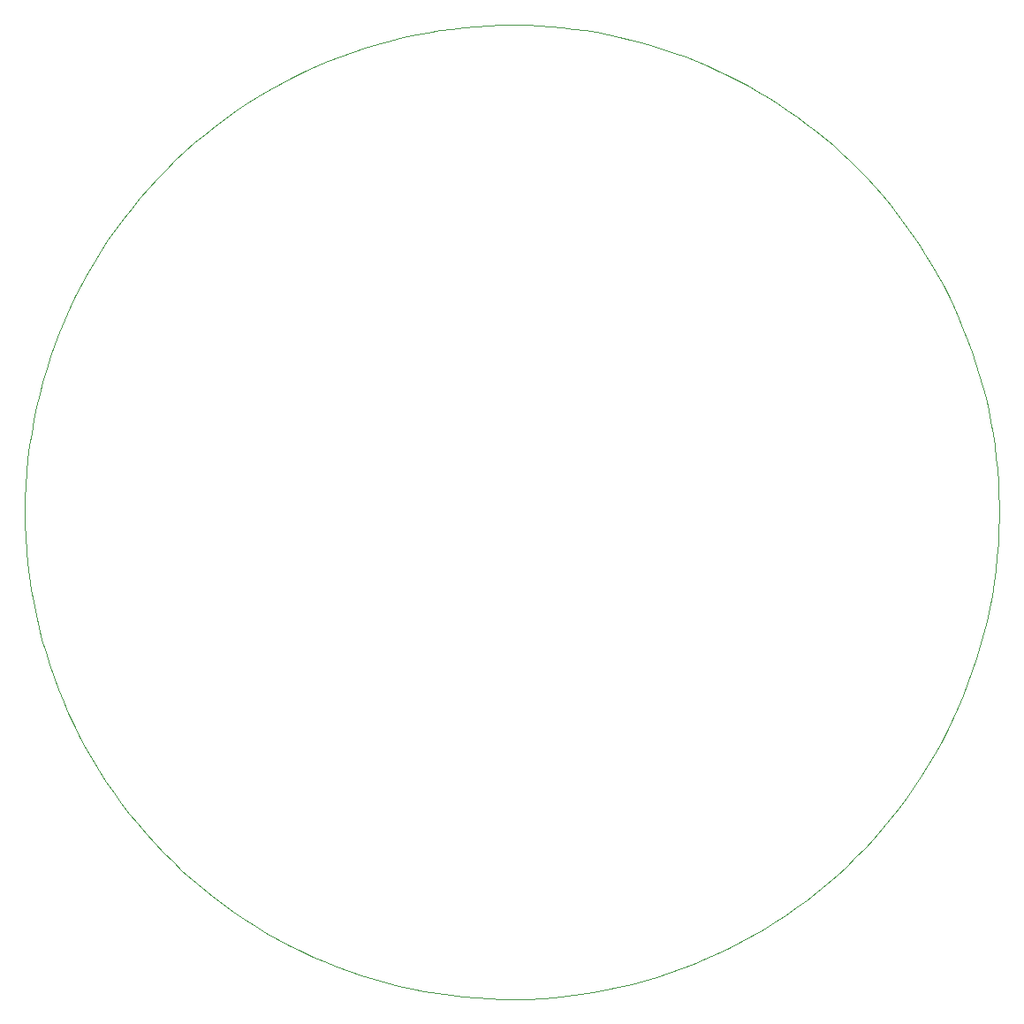
<source format=gbr>
%TF.GenerationSoftware,KiCad,Pcbnew,7.0.8*%
%TF.CreationDate,2024-04-06T10:04:34+02:00*%
%TF.ProjectId,Smiley,536d696c-6579-42e6-9b69-6361645f7063,rev?*%
%TF.SameCoordinates,Original*%
%TF.FileFunction,Profile,NP*%
%FSLAX46Y46*%
G04 Gerber Fmt 4.6, Leading zero omitted, Abs format (unit mm)*
G04 Created by KiCad (PCBNEW 7.0.8) date 2024-04-06 10:04:34*
%MOMM*%
%LPD*%
G01*
G04 APERTURE LIST*
%TA.AperFunction,Profile*%
%ADD10C,0.100000*%
%TD*%
G04 APERTURE END LIST*
D10*
X87737000Y-112232400D02*
X88966100Y-112007600D01*
X49320300Y-101416400D02*
X50274000Y-102223600D01*
X35003690Y-53679100D02*
X34681460Y-54899400D01*
X39770900Y-89938300D02*
X40419000Y-91007200D01*
X85263200Y-112583800D02*
X86502400Y-112424500D01*
X77637300Y-19600020D02*
X76481600Y-19673850D01*
X42723700Y-38077200D02*
X41984200Y-39084500D01*
X79952400Y-19521460D02*
X79952400Y-19521460D01*
X62304100Y-23010260D02*
X61141800Y-23502430D01*
X53513300Y-27756400D02*
X52492800Y-28477900D01*
X96175400Y-109977100D02*
X97341100Y-109526900D01*
X71573600Y-112125600D02*
X72805900Y-112335500D01*
X38560170Y-87751700D02*
X39151200Y-88852900D01*
X126147000Y-72957800D02*
X126310300Y-71719000D01*
X78794500Y-19549820D02*
X77637300Y-19600020D01*
X57775900Y-25150270D02*
X56684600Y-25758880D01*
X105428300Y-27076250D02*
X104494400Y-26486120D01*
X45945000Y-34257700D02*
X45101300Y-35179500D01*
X109015700Y-29653400D02*
X108142200Y-28977100D01*
X70347500Y-111883100D02*
X71573600Y-112125600D01*
X97605900Y-22989760D02*
X96578300Y-22583890D01*
X121075300Y-88306800D02*
X121653200Y-87199000D01*
X42537300Y-94098700D02*
X43297900Y-95090000D01*
X33915770Y-58606900D02*
X33726720Y-59855000D01*
X118479700Y-92574300D02*
X119170600Y-91533500D01*
X49555400Y-30804800D02*
X48618800Y-31631600D01*
X71887200Y-20241070D02*
X70749200Y-20459750D01*
X63479000Y-22548710D02*
X62304100Y-23010260D01*
X69515100Y-20723610D02*
X68288800Y-21022080D01*
X67071400Y-21354480D02*
X65863400Y-21720160D01*
X109168800Y-102620400D02*
X110134500Y-101827000D01*
X116934100Y-37686200D02*
X116217300Y-36779700D01*
X33433580Y-69851400D02*
X33545890Y-71095600D01*
X39301400Y-43300600D02*
X38702840Y-44397600D01*
X76529900Y-112758200D02*
X77777200Y-112832400D01*
X126046400Y-58674100D02*
X125845000Y-57536600D01*
X117016100Y-94599100D02*
X117761400Y-93596400D01*
X117761400Y-93596400D02*
X118479700Y-92574300D01*
X50513800Y-30003100D02*
X49555400Y-30804800D01*
X120166300Y-42471500D02*
X119567700Y-41482900D01*
X122716700Y-84937300D02*
X123201400Y-83785300D01*
X41984200Y-39084500D02*
X41271800Y-40111400D01*
X39151200Y-88852900D02*
X39770900Y-89938300D01*
X104494400Y-26486120D02*
X103546900Y-25918170D01*
X36607800Y-48933400D02*
X36160470Y-50100300D01*
X115477700Y-35891500D02*
X114715600Y-35022500D01*
X58883000Y-24571030D02*
X57775900Y-25150270D01*
X122312600Y-46564300D02*
X121813800Y-45521600D01*
X125615100Y-56404400D02*
X125357100Y-55278300D01*
X121653200Y-87199000D02*
X122202100Y-86076300D01*
X126641300Y-65576000D02*
X126616600Y-64419800D01*
X33872970Y-73573200D02*
X34087880Y-74804300D01*
X91313900Y-20921650D02*
X90239700Y-20664360D01*
X48388300Y-100584200D02*
X49320300Y-101416400D01*
X79952400Y-19521460D02*
X78794500Y-19549820D01*
X74043400Y-112510000D02*
X75285000Y-112650800D01*
X81483400Y-19549430D02*
X80718000Y-19528100D01*
X59725900Y-108267000D02*
X60858800Y-108794200D01*
X35644960Y-80851500D02*
X36051240Y-82033700D01*
X44084400Y-96060900D02*
X44896200Y-97010900D01*
X58607200Y-107710500D02*
X59725900Y-108267000D01*
X56415900Y-106510100D02*
X57503600Y-107124700D01*
X99635100Y-108535300D02*
X100762100Y-107994900D01*
X119833700Y-90474800D02*
X120468700Y-89399000D01*
X126477000Y-62112500D02*
X126362600Y-60962800D01*
X92381800Y-21204330D02*
X91313900Y-20921650D01*
X126219000Y-59816400D02*
X126046400Y-58674100D01*
X52243600Y-103761600D02*
X53258000Y-104491600D01*
X57503600Y-107124700D02*
X58607200Y-107710500D01*
X113765600Y-98394700D02*
X114615100Y-97478200D01*
X38702840Y-44397600D02*
X38133890Y-45510100D01*
X99631200Y-23872950D02*
X98623700Y-23419530D01*
X90188900Y-111750500D02*
X91404600Y-111461300D01*
X37466130Y-85504700D02*
X37998350Y-86635400D01*
X37594840Y-46637500D02*
X37086040Y-47778900D01*
X69128300Y-111608400D02*
X70347500Y-111883100D01*
X93442800Y-21512140D02*
X92381800Y-21204330D01*
X111995700Y-100158900D02*
X112892300Y-99288500D01*
X72805900Y-112335500D02*
X74043400Y-112510000D01*
X89159600Y-20432700D02*
X88074300Y-20226910D01*
X115440400Y-96539700D02*
X116240900Y-95579800D01*
X35359830Y-52468100D02*
X35003690Y-53679100D01*
X50274000Y-102223600D02*
X51248700Y-103005500D01*
X120468700Y-89399000D02*
X121075300Y-88306800D01*
X34087880Y-74804300D02*
X34335270Y-76029300D01*
X110134500Y-101827000D02*
X111076300Y-101005300D01*
X56684600Y-25758880D02*
X55609900Y-26396390D01*
X44282700Y-36123900D02*
X43490000Y-37090000D01*
X125357100Y-55278300D02*
X125071200Y-54158800D01*
X77777200Y-112832400D02*
X79026100Y-112873800D01*
X76481600Y-19673850D02*
X75328000Y-19773090D01*
X54552500Y-27062370D02*
X53513300Y-27756400D01*
X75285000Y-112650800D02*
X76529900Y-112758200D01*
X122785900Y-47618800D02*
X122312600Y-46564300D01*
X116240900Y-95579800D02*
X117016100Y-94599100D01*
X33362240Y-63610400D02*
X33310980Y-64858500D01*
X124049000Y-50847000D02*
X123654300Y-49760800D01*
X43490000Y-37090000D02*
X42723700Y-38077200D01*
X66713900Y-110963100D02*
X67916800Y-111301600D01*
X119170600Y-91533500D02*
X119833700Y-90474800D01*
X47704400Y-32483100D02*
X46812900Y-33358700D01*
X37998350Y-86635400D02*
X38560170Y-87751700D01*
X106347900Y-27688300D02*
X105428300Y-27076250D01*
X98623700Y-23419530D02*
X97605900Y-22989760D01*
X122202100Y-86076300D02*
X122716700Y-84937300D01*
X75328000Y-19773090D02*
X74177300Y-19899520D01*
X53258000Y-104491600D02*
X54291100Y-105195100D01*
X41271800Y-40111400D02*
X40586900Y-41156800D01*
X101874800Y-107425500D02*
X102969900Y-106823600D01*
X55609900Y-26396390D02*
X54552500Y-27062370D01*
X81525400Y-112858900D02*
X82774100Y-112803200D01*
X118298200Y-39551700D02*
X117627900Y-38610400D01*
X125071200Y-54158800D02*
X124757700Y-53046700D01*
X68288800Y-21022080D02*
X67071400Y-21354480D01*
X111076300Y-101005300D02*
X111995700Y-100158900D01*
X65863400Y-21720160D02*
X64665700Y-22118460D01*
X124471900Y-80258600D02*
X124833300Y-79062200D01*
X82588400Y-19594770D02*
X81483400Y-19549430D01*
X106152600Y-104845200D02*
X107177300Y-104130200D01*
X126441000Y-70476400D02*
X126538700Y-69230600D01*
X35269990Y-79659100D02*
X35644960Y-80851500D01*
X33353880Y-68604700D02*
X33433580Y-69851400D01*
X61141800Y-23502430D02*
X60005200Y-24021600D01*
X123201400Y-83785300D02*
X123655600Y-82621000D01*
X82774100Y-112803200D02*
X84020200Y-112710100D01*
X51493100Y-29227300D02*
X50513800Y-30003100D01*
X125163100Y-77856500D02*
X125461200Y-76642400D01*
X103546900Y-25918170D02*
X102586300Y-25372630D01*
X119567700Y-41482900D02*
X118944900Y-40509400D01*
X88074300Y-20226910D02*
X86984300Y-20047240D01*
X74177300Y-19899520D02*
X73030200Y-20054920D01*
X86502400Y-112424500D02*
X87737000Y-112232400D01*
X112892300Y-99288500D02*
X113765600Y-98394700D01*
X91404600Y-111461300D02*
X92612400Y-111140100D01*
X64665700Y-22118460D02*
X63479000Y-22548710D01*
X48618800Y-31631600D02*
X47704400Y-32483100D01*
X100627800Y-24349770D02*
X99631200Y-23872950D01*
X85890100Y-19893950D02*
X84792400Y-19767270D01*
X125722300Y-75420300D02*
X125950900Y-74191800D01*
X55344800Y-105866800D02*
X56415900Y-106510100D01*
X95541600Y-22202170D02*
X94496200Y-21844830D01*
X125461200Y-76642400D02*
X125722300Y-75420300D01*
X126616600Y-64419800D02*
X126561700Y-63265100D01*
X121813800Y-45521600D02*
X121289600Y-44491500D01*
X52492800Y-28477900D02*
X51493100Y-29227300D01*
X67916800Y-111301600D02*
X69128300Y-111608400D01*
X33306850Y-67356500D02*
X33353880Y-68604700D01*
X45732500Y-97939600D02*
X46592500Y-98846500D01*
X114715600Y-35022500D02*
X113931200Y-34173000D01*
X34392890Y-56128100D02*
X34137750Y-57364300D01*
X104048300Y-106192500D02*
X105109400Y-105532900D01*
X64336700Y-110191700D02*
X65520300Y-110593000D01*
X126310300Y-71719000D02*
X126441000Y-70476400D01*
X40419000Y-91007200D02*
X41097100Y-92056900D01*
X123233200Y-48684500D02*
X122785900Y-47618800D01*
X33545890Y-71095600D02*
X33690780Y-72336700D01*
X33446360Y-62364000D02*
X33362240Y-63610400D01*
X79952400Y-19521460D02*
X79952400Y-19521460D01*
X54291100Y-105195100D02*
X55344800Y-105866800D01*
X126561700Y-63265100D02*
X126477000Y-62112500D01*
X125950900Y-74191800D02*
X126147000Y-72957800D01*
X44896200Y-97010900D02*
X45732500Y-97939600D01*
X65520300Y-110593000D02*
X66713900Y-110963100D01*
X79026100Y-112873800D02*
X80275800Y-112882500D01*
X98494500Y-109046100D02*
X99635100Y-108535300D01*
X124416800Y-51942600D02*
X124049000Y-50847000D01*
X105109400Y-105532900D02*
X106152600Y-104845200D01*
X114615100Y-97478200D02*
X115440400Y-96539700D01*
X108142200Y-28977100D02*
X107252700Y-28322000D01*
X92612400Y-111140100D02*
X93810400Y-110784200D01*
X34926560Y-78457500D02*
X35269990Y-79659100D01*
X33690780Y-72336700D02*
X33872970Y-73573200D01*
X93810400Y-110784200D02*
X94998300Y-110396400D01*
X118944900Y-40509400D02*
X118298200Y-39551700D01*
X33292530Y-66107500D02*
X33306850Y-67356500D01*
X38133890Y-45510100D02*
X37594840Y-46637500D01*
X126362600Y-60962800D02*
X126219000Y-59816400D01*
X96578300Y-22583890D02*
X95541600Y-22202170D01*
X109872800Y-30350700D02*
X109015700Y-29653400D01*
X125845000Y-57536600D02*
X125615100Y-56404400D01*
X83691600Y-19667460D02*
X82588400Y-19594770D01*
X123654300Y-49760800D02*
X123233200Y-48684500D01*
X111535100Y-31806900D02*
X110712800Y-31068600D01*
X36160470Y-50100300D02*
X35744370Y-51278900D01*
X41803500Y-93087600D02*
X42537300Y-94098700D01*
X86984300Y-20047240D02*
X85890100Y-19893950D01*
X34137750Y-57364300D02*
X33915770Y-58606900D01*
X117627900Y-38610400D02*
X116934100Y-37686200D01*
X36963930Y-84360400D02*
X37466130Y-85504700D01*
X34614910Y-77247200D02*
X34926560Y-78457500D01*
X100762100Y-107994900D02*
X101874800Y-107425500D01*
X113124800Y-33344000D02*
X112339400Y-32565500D01*
X84020200Y-112710100D02*
X85263200Y-112583800D01*
X60858800Y-108794200D02*
X62005100Y-109291800D01*
X124079200Y-81445200D02*
X124471900Y-80258600D01*
X80718000Y-19528100D02*
X79952400Y-19521460D01*
X45101300Y-35179500D02*
X44282700Y-36123900D01*
X102586300Y-25372630D02*
X101613000Y-24849740D01*
X36492160Y-83203200D02*
X36963930Y-84360400D01*
X113931200Y-34173000D02*
X113124800Y-33344000D01*
X116217300Y-36779700D02*
X115477700Y-35891500D01*
X39930000Y-42220200D02*
X39301400Y-43300600D01*
X62005100Y-109291800D02*
X63164100Y-109759500D01*
X120740300Y-43474600D02*
X120166300Y-42471500D01*
X41097100Y-92056900D02*
X41803500Y-93087600D01*
X33726720Y-59855000D02*
X33570330Y-61107700D01*
X124833300Y-79062200D02*
X125163100Y-77856500D01*
X33570330Y-61107700D02*
X33446360Y-62364000D01*
X46592500Y-98846500D02*
X47478800Y-99727500D01*
X94496200Y-21844830D02*
X93442800Y-21512140D01*
X112339400Y-32565500D02*
X111535100Y-31806900D01*
X110712800Y-31068600D02*
X109872800Y-30350700D01*
X123655600Y-82621000D02*
X124079200Y-81445200D01*
X80275800Y-112882500D02*
X81525400Y-112858900D01*
X84792400Y-19767270D02*
X83691600Y-19667460D01*
X126635600Y-66733000D02*
X126641300Y-65576000D01*
X63164100Y-109759500D02*
X64336700Y-110191700D01*
X108182900Y-103388400D02*
X109168800Y-102620400D01*
X37086040Y-47778900D02*
X36607800Y-48933400D01*
X35744370Y-51278900D02*
X35359830Y-52468100D01*
X90239700Y-20664360D02*
X89159600Y-20432700D01*
X124757700Y-53046700D02*
X124416800Y-51942600D01*
X126538700Y-69230600D02*
X126603700Y-67982500D01*
X101613000Y-24849740D02*
X100627800Y-24349770D01*
X88966100Y-112007600D02*
X90188900Y-111750500D01*
X126603700Y-67982500D02*
X126635600Y-66733000D01*
X34681460Y-54899400D02*
X34392890Y-56128100D01*
X70749200Y-20459750D02*
X69515100Y-20723610D01*
X47478800Y-99727500D02*
X48388300Y-100584200D01*
X34335270Y-76029300D02*
X34614910Y-77247200D01*
X46812900Y-33358700D02*
X45945000Y-34257700D01*
X40586900Y-41156800D02*
X39930000Y-42220200D01*
X107177300Y-104130200D02*
X108182900Y-103388400D01*
X107252700Y-28322000D02*
X106347900Y-27688300D01*
X33310980Y-64858500D02*
X33292530Y-66107500D01*
X51248700Y-103005500D02*
X52243600Y-103761600D01*
X36051240Y-82033700D02*
X36492160Y-83203200D01*
X73030200Y-20054920D02*
X71887200Y-20241070D01*
X94998300Y-110396400D02*
X96175400Y-109977100D01*
X60005200Y-24021600D02*
X58883000Y-24571030D01*
X121289600Y-44491500D02*
X120740300Y-43474600D01*
X97341100Y-109526900D02*
X98494500Y-109046100D01*
X102969900Y-106823600D02*
X104048300Y-106192500D01*
X43297900Y-95090000D02*
X44084400Y-96060900D01*
M02*

</source>
